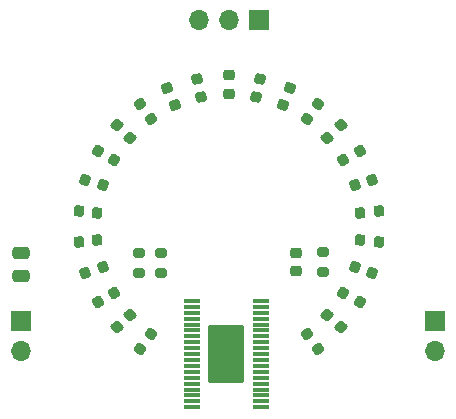
<source format=gbr>
%TF.GenerationSoftware,KiCad,Pcbnew,8.0.7*%
%TF.CreationDate,2025-01-17T16:07:08+00:00*%
%TF.ProjectId,Spectralist_LEDs,53706563-7472-4616-9c69-73745f4c4544,rev?*%
%TF.SameCoordinates,Original*%
%TF.FileFunction,Soldermask,Top*%
%TF.FilePolarity,Negative*%
%FSLAX46Y46*%
G04 Gerber Fmt 4.6, Leading zero omitted, Abs format (unit mm)*
G04 Created by KiCad (PCBNEW 8.0.7) date 2025-01-17 16:07:08*
%MOMM*%
%LPD*%
G01*
G04 APERTURE LIST*
G04 Aperture macros list*
%AMRoundRect*
0 Rectangle with rounded corners*
0 $1 Rounding radius*
0 $2 $3 $4 $5 $6 $7 $8 $9 X,Y pos of 4 corners*
0 Add a 4 corners polygon primitive as box body*
4,1,4,$2,$3,$4,$5,$6,$7,$8,$9,$2,$3,0*
0 Add four circle primitives for the rounded corners*
1,1,$1+$1,$2,$3*
1,1,$1+$1,$4,$5*
1,1,$1+$1,$6,$7*
1,1,$1+$1,$8,$9*
0 Add four rect primitives between the rounded corners*
20,1,$1+$1,$2,$3,$4,$5,0*
20,1,$1+$1,$4,$5,$6,$7,0*
20,1,$1+$1,$6,$7,$8,$9,0*
20,1,$1+$1,$8,$9,$2,$3,0*%
G04 Aperture macros list end*
%ADD10RoundRect,0.218750X0.334028X0.044059X0.008902X0.336803X-0.334028X-0.044059X-0.008902X-0.336803X0*%
%ADD11RoundRect,0.250000X-0.475000X0.250000X-0.475000X-0.250000X0.475000X-0.250000X0.475000X0.250000X0*%
%ADD12RoundRect,0.200000X-0.275000X0.200000X-0.275000X-0.200000X0.275000X-0.200000X0.275000X0.200000X0*%
%ADD13RoundRect,0.075000X-0.625000X-0.075000X0.625000X-0.075000X0.625000X0.075000X-0.625000X0.075000X0*%
%ADD14RoundRect,0.155000X-1.395000X-2.295000X1.395000X-2.295000X1.395000X2.295000X-1.395000X2.295000X0*%
%ADD15RoundRect,0.218750X-0.145122X0.304064X-0.323070X-0.095612X0.145122X-0.304064X0.323070X0.095612X0*%
%ADD16RoundRect,0.218750X-0.128858X-0.311306X0.287229X-0.176111X0.128858X0.311306X-0.287229X0.176111X0*%
%ADD17RoundRect,0.218750X-0.317568X-0.112544X0.061318X-0.331294X0.317568X0.112544X-0.061318X0.331294X0*%
%ADD18RoundRect,0.218750X-0.256250X0.218750X-0.256250X-0.218750X0.256250X-0.218750X0.256250X0.218750X0*%
%ADD19RoundRect,0.218750X0.061318X0.331294X-0.317568X0.112544X-0.061318X-0.331294X0.317568X-0.112544X0*%
%ADD20RoundRect,0.218750X0.335889X-0.026352X0.078733X0.327592X-0.335889X0.026352X-0.078733X-0.327592X0*%
%ADD21RoundRect,0.218750X-0.205170X0.267247X-0.296131X-0.160692X0.205170X-0.267247X0.296131X0.160692X0*%
%ADD22RoundRect,0.218750X-0.078733X0.327592X-0.335889X-0.026352X0.078733X-0.327592X0.335889X0.026352X0*%
%ADD23RoundRect,0.218750X-0.296131X0.160692X-0.205170X-0.267247X0.296131X-0.160692X0.205170X0.267247X0*%
%ADD24RoundRect,0.218750X-0.335889X0.026352X-0.078733X-0.327592X0.335889X-0.026352X0.078733X0.327592X0*%
%ADD25RoundRect,0.218750X0.287229X0.176111X-0.128858X0.311306X-0.287229X-0.176111X0.128858X-0.311306X0*%
%ADD26RoundRect,0.218750X0.128858X0.311306X-0.287229X0.176111X-0.128858X-0.311306X0.287229X-0.176111X0*%
%ADD27RoundRect,0.218750X0.190766X0.277712X-0.244337X0.231981X-0.190766X-0.277712X0.244337X-0.231981X0*%
%ADD28RoundRect,0.218750X-0.008902X0.336803X-0.334028X0.044059X0.008902X-0.336803X0.334028X-0.044059X0*%
%ADD29RoundRect,0.218750X-0.190766X-0.277712X0.244337X-0.231981X0.190766X0.277712X-0.244337X0.231981X0*%
%ADD30RoundRect,0.218750X0.317568X0.112544X-0.061318X0.331294X-0.317568X-0.112544X0.061318X-0.331294X0*%
%ADD31RoundRect,0.218750X-0.323070X0.095612X-0.145122X-0.304064X0.323070X-0.095612X0.145122X0.304064X0*%
%ADD32RoundRect,0.218750X0.244337X0.231981X-0.190766X0.277712X-0.244337X-0.231981X0.190766X-0.277712X0*%
%ADD33RoundRect,0.218750X0.078733X-0.327592X0.335889X0.026352X-0.078733X0.327592X-0.335889X-0.026352X0*%
%ADD34RoundRect,0.218750X0.008902X-0.336803X0.334028X-0.044059X-0.008902X0.336803X-0.334028X0.044059X0*%
%ADD35RoundRect,0.218750X-0.334028X-0.044059X-0.008902X-0.336803X0.334028X0.044059X0.008902X0.336803X0*%
%ADD36RoundRect,0.218750X-0.287229X-0.176111X0.128858X-0.311306X0.287229X0.176111X-0.128858X0.311306X0*%
%ADD37RoundRect,0.218750X-0.244337X-0.231981X0.190766X-0.277712X0.244337X0.231981X-0.190766X0.277712X0*%
%ADD38RoundRect,0.218750X-0.061318X-0.331294X0.317568X-0.112544X0.061318X0.331294X-0.317568X0.112544X0*%
%ADD39RoundRect,0.225000X-0.250000X0.225000X-0.250000X-0.225000X0.250000X-0.225000X0.250000X0.225000X0*%
%ADD40R,1.700000X1.700000*%
%ADD41O,1.700000X1.700000*%
G04 APERTURE END LIST*
D10*
%TO.C,D23*%
X139502963Y-110544007D03*
X138332511Y-109490127D03*
%TD*%
D11*
%TO.C,C2*%
X112400000Y-104250000D03*
X112400000Y-106150000D03*
%TD*%
D12*
%TO.C,R1*%
X122400000Y-104275000D03*
X122400000Y-105925000D03*
%TD*%
D13*
%TO.C,U1*%
X126900000Y-108300000D03*
X126900000Y-108800000D03*
X126900000Y-109300000D03*
X126900000Y-109800000D03*
X126900000Y-110300000D03*
X126900000Y-110800000D03*
X126900000Y-111300000D03*
X126900000Y-111800000D03*
X126900000Y-112300000D03*
X126900000Y-112800000D03*
X126900000Y-113300000D03*
X126900000Y-113800000D03*
X126900000Y-114300000D03*
X126900000Y-114800000D03*
X126900000Y-115300000D03*
X126900000Y-115800000D03*
X126900000Y-116300000D03*
X126900000Y-116800000D03*
X126900000Y-117300000D03*
X132700000Y-117300000D03*
X132700000Y-116800000D03*
X132700000Y-116300000D03*
X132700000Y-115800000D03*
X132700000Y-115300000D03*
X132700000Y-114800000D03*
X132700000Y-114300000D03*
X132700000Y-113800000D03*
X132700000Y-113300000D03*
X132700000Y-112800000D03*
X132700000Y-112300000D03*
X132700000Y-111800000D03*
X132700000Y-111300000D03*
X132700000Y-110800000D03*
X132700000Y-110300000D03*
X132700000Y-109800000D03*
X132700000Y-109300000D03*
X132700000Y-108800000D03*
X132700000Y-108300000D03*
D14*
X129800000Y-112800000D03*
%TD*%
D15*
%TO.C,D14*%
X135201144Y-90305538D03*
X134560534Y-91744370D03*
%TD*%
D16*
%TO.C,D3*%
X117838364Y-105939053D03*
X119336278Y-105452353D03*
%TD*%
D17*
%TO.C,D7*%
X118925699Y-95593749D03*
X120289691Y-96381251D03*
%TD*%
D18*
%TO.C,D12*%
X130000000Y-89200000D03*
X130000000Y-90775000D03*
%TD*%
D19*
%TO.C,D17*%
X141074300Y-95593749D03*
X139710308Y-96381251D03*
%TD*%
D20*
%TO.C,D24*%
X137516304Y-112332804D03*
X136590542Y-111058602D03*
%TD*%
D21*
%TO.C,D13*%
X132658670Y-89479437D03*
X132331210Y-91020019D03*
%TD*%
D22*
%TO.C,D15*%
X137516305Y-91642195D03*
X136590541Y-92916397D03*
%TD*%
D23*
%TO.C,D11*%
X127341330Y-89479436D03*
X127668788Y-91020020D03*
%TD*%
D12*
%TO.C,R3*%
X138000000Y-104175000D03*
X138000000Y-105825000D03*
%TD*%
D24*
%TO.C,D9*%
X122483694Y-91642193D03*
X123409458Y-92916399D03*
%TD*%
D25*
%TO.C,D21*%
X142161636Y-105939054D03*
X140663720Y-105452352D03*
%TD*%
D26*
%TO.C,D18*%
X142161634Y-98035945D03*
X140663722Y-98522647D03*
%TD*%
D27*
%TO.C,D19*%
X142717448Y-100650842D03*
X141151076Y-100815474D03*
%TD*%
D28*
%TO.C,D16*%
X139502963Y-93430991D03*
X138332511Y-94484873D03*
%TD*%
D29*
%TO.C,D4*%
X117282551Y-103324156D03*
X118848923Y-103159526D03*
%TD*%
D30*
%TO.C,D22*%
X141074299Y-108381250D03*
X139710309Y-107593750D03*
%TD*%
D31*
%TO.C,D10*%
X124798854Y-90305536D03*
X125439466Y-91744372D03*
%TD*%
D32*
%TO.C,D20*%
X142717448Y-103324159D03*
X141151076Y-103159523D03*
%TD*%
D33*
%TO.C,D25*%
X122483696Y-112332803D03*
X123409456Y-111058603D03*
%TD*%
D34*
%TO.C,D1*%
X120497036Y-110544007D03*
X121667488Y-109490127D03*
%TD*%
D35*
%TO.C,D8*%
X120497035Y-93430992D03*
X121667489Y-94484872D03*
%TD*%
D36*
%TO.C,D6*%
X117838364Y-98035943D03*
X119336278Y-98522649D03*
%TD*%
D37*
%TO.C,D5*%
X117282550Y-100650841D03*
X118848924Y-100815475D03*
%TD*%
D38*
%TO.C,D2*%
X118925700Y-108381250D03*
X120289690Y-107593750D03*
%TD*%
D39*
%TO.C,C1*%
X135700000Y-104225000D03*
X135700000Y-105775000D03*
%TD*%
D12*
%TO.C,R2*%
X124300000Y-104275000D03*
X124300000Y-105925000D03*
%TD*%
D40*
%TO.C,J3*%
X147500000Y-110000000D03*
D41*
X147500000Y-112540000D03*
%TD*%
D40*
%TO.C,J2*%
X112400000Y-110000000D03*
D41*
X112400000Y-112540000D03*
%TD*%
D40*
%TO.C,J1*%
X132525000Y-84500000D03*
D41*
X129985000Y-84500000D03*
X127445000Y-84500000D03*
%TD*%
M02*

</source>
